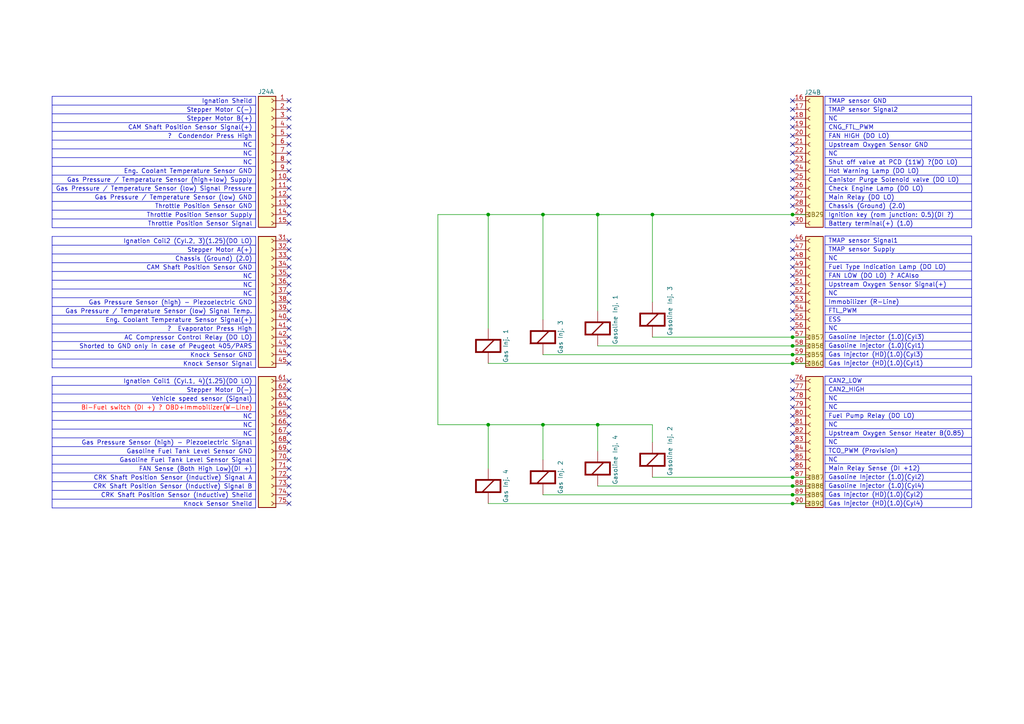
<source format=kicad_sch>
(kicad_sch (version 20250114) (generator "eeschema") (generator_version "9.0")
  (paper "A4")
  (lib_symbols
    (symbol "Conn_01x90_3Row_Socket_1" (pin_names (offset 1.016) (hide yes))
      (property "Reference" "J" (at 1.524 60.833 0))
      (property "Value" "Conn_01x90_3Row_Socket" (at 1.397 -61.214 0))
      (symbol "Conn_01x90_3Row_Socket_1_1_1"
        (pin passive line (at -4.318 58.42 0) (length 3.81) (name "A1") (number "1"))
        (pin passive line (at -4.318 55.88 0) (length 3.81) (name "A2") (number "2"))
        (pin passive line (at -4.318 53.34 0) (length 3.81) (name "A3") (number "3"))
        (pin passive line (at -4.318 50.8 0) (length 3.81) (name "A4") (number "4"))
        (pin passive line (at -4.318 48.26 0) (length 3.81) (name "A5") (number "5"))
        (pin passive line (at -4.318 45.72 0) (length 3.81) (name "A6") (number "6"))
        (pin passive line (at -4.318 43.18 0) (length 3.81) (name "A7") (number "7"))
        (pin passive line (at -4.318 40.64 0) (length 3.81) (name "A8") (number "8"))
        (pin passive line (at -4.318 38.1 0) (length 3.81) (name "A9") (number "9"))
        (pin passive line (at -4.318 35.56 0) (length 3.81) (name "A10") (number "10"))
        (pin passive line (at -4.318 33.02 0) (length 3.81) (name "A11") (number "11"))
        (pin passive line (at -4.318 30.48 0) (length 3.81) (name "A12") (number "12"))
        (pin passive line (at -4.318 27.94 0) (length 3.81) (name "A13") (number "13"))
        (pin passive line (at -4.318 25.4 0) (length 3.81) (name "A14") (number "14"))
        (pin passive line (at -4.318 22.86 0) (length 3.81) (name "A15") (number "15"))
        (pin passive line (at -4.318 17.78 0) (length 3.81) (name "A31") (number "31"))
        (pin passive line (at -4.318 15.24 0) (length 3.81) (name "A32") (number "32"))
        (pin passive line (at -4.318 12.7 0) (length 3.81) (name "A33") (number "33"))
        (pin passive line (at -4.318 10.16 0) (length 3.81) (name "A34") (number "34"))
        (pin passive line (at -4.318 7.62 0) (length 3.81) (name "A35") (number "35"))
        (pin passive line (at -4.318 5.08 0) (length 3.81) (name "A36") (number "36"))
        (pin passive line (at -4.318 2.54 0) (length 3.81) (name "A37") (number "37"))
        (pin passive line (at -4.318 0 0) (length 3.81) (name "A38") (number "38"))
        (pin passive line (at -4.318 -2.54 0) (length 3.81) (name "A39") (number "39"))
        (pin passive line (at -4.318 -5.08 0) (length 3.81) (name "A40") (number "40"))
        (pin passive line (at -4.318 -7.62 0) (length 3.81) (name "A41") (number "41"))
        (pin passive line (at -4.318 -10.16 0) (length 3.81) (name "A42") (number "42"))
        (pin passive line (at -4.318 -12.7 0) (length 3.81) (name "A43") (number "43"))
        (pin passive line (at -4.318 -15.24 0) (length 3.81) (name "A44") (number "44"))
        (pin passive line (at -4.318 -17.78 0) (length 3.81) (name "A45") (number "45"))
        (pin passive line (at -4.318 -22.86 0) (length 3.81) (name "A61") (number "61"))
        (pin passive line (at -4.318 -25.4 0) (length 3.81) (name "A62") (number "62"))
        (pin passive line (at -4.318 -27.94 0) (length 3.81) (name "A63") (number "63"))
        (pin passive line (at -4.318 -30.48 0) (length 3.81) (name "A64") (number "64"))
        (pin passive line (at -4.318 -33.02 0) (length 3.81) (name "A65") (number "65"))
        (pin passive line (at -4.318 -35.56 0) (length 3.81) (name "A66") (number "66"))
        (pin passive line (at -4.318 -38.1 0) (length 3.81) (name "A67") (number "67"))
        (pin passive line (at -4.318 -40.64 0) (length 3.81) (name "A68") (number "68"))
        (pin passive line (at -4.318 -43.18 0) (length 3.81) (name "A69") (number "69"))
        (pin passive line (at -4.318 -45.72 0) (length 3.81) (name "A70") (number "70"))
        (pin passive line (at -4.318 -48.26 0) (length 3.81) (name "A71") (number "71"))
        (pin passive line (at -4.318 -50.8 0) (length 3.81) (name "A72") (number "72"))
        (pin passive line (at -4.318 -53.34 0) (length 3.81) (name "A73") (number "73"))
        (pin passive line (at -4.318 -55.88 0) (length 3.81) (name "A74") (number "74"))
        (pin passive line (at -4.318 -58.42 0) (length 3.81) (name "A75") (number "75"))
      )
      (symbol "Conn_01x90_3Row_Socket_1_2_1"
        (pin passive line (at -4.318 58.42 0) (length 3.81) (name "B16") (number "16"))
        (pin passive line (at -4.318 55.88 0) (length 3.81) (name "B17") (number "17"))
        (pin passive line (at -4.318 53.34 0) (length 3.81) (name "B18") (number "18"))
        (pin passive line (at -4.318 50.8 0) (length 3.81) (name "B19") (number "19"))
        (pin passive line (at -4.318 48.26 0) (length 3.81) (name "B20") (number "20"))
        (pin passive line (at -4.318 45.72 0) (length 3.81) (name "B21") (number "21"))
        (pin passive line (at -4.318 43.18 0) (length 3.81) (name "B22") (number "22"))
        (pin passive line (at -4.318 40.64 0) (length 3.81) (name "B23") (number "23"))
        (pin passive line (at -4.318 38.1 0) (length 3.81) (name "B24") (number "24"))
        (pin passive line (at -4.318 35.56 0) (length 3.81) (name "B25") (number "25"))
        (pin passive line (at -4.318 33.02 0) (length 3.81) (name "B26") (number "26"))
        (pin passive line (at -4.318 30.48 0) (length 3.81) (name "B27") (number "27"))
        (pin passive line (at -4.318 27.94 0) (length 3.81) (name "B28") (number "28"))
        (pin passive line (at -4.318 25.4 0) (length 3.81) (name "B29") (number "29"))
        (pin passive line (at -4.318 22.86 0) (length 3.81) (name "B30") (number "30"))
        (pin passive line (at -4.318 17.78 0) (length 3.81) (name "B46") (number "46"))
        (pin passive line (at -4.318 15.24 0) (length 3.81) (name "B47") (number "47"))
        (pin passive line (at -4.318 12.7 0) (length 3.81) (name "B48") (number "48"))
        (pin passive line (at -4.318 10.16 0) (length 3.81) (name "B49") (number "49"))
        (pin passive line (at -4.318 7.62 0) (length 3.81) (name "B50") (number "50"))
        (pin passive line (at -4.318 5.08 0) (length 3.81) (name "B51") (number "51"))
        (pin passive line (at -4.318 2.54 0) (length 3.81) (name "B52") (number "52"))
        (pin passive line (at -4.318 0 0) (length 3.81) (name "B53") (number "53"))
        (pin passive line (at -4.318 -2.54 0) (length 3.81) (name "B54") (number "54"))
        (pin passive line (at -4.318 -5.08 0) (length 3.81) (name "B55") (number "55"))
        (pin passive line (at -4.318 -7.62 0) (length 3.81) (name "B56") (number "56"))
        (pin passive line (at -4.318 -10.16 0) (length 3.81) (name "B57") (number "57"))
        (pin passive line (at -4.318 -12.7 0) (length 3.81) (name "B58") (number "58"))
        (pin passive line (at -4.318 -15.24 0) (length 3.81) (name "B59") (number "59"))
        (pin passive line (at -4.318 -17.78 0) (length 3.81) (name "B60") (number "60"))
        (pin passive line (at -4.318 -22.86 0) (length 3.81) (name "B76") (number "76"))
        (pin passive line (at -4.318 -25.4 0) (length 3.81) (name "B77") (number "77"))
        (pin passive line (at -4.318 -27.94 0) (length 3.81) (name "B78") (number "78"))
        (pin passive line (at -4.318 -30.48 0) (length 3.81) (name "B79") (number "79"))
        (pin passive line (at -4.318 -33.02 0) (length 3.81) (name "B80") (number "80"))
        (pin passive line (at -4.318 -35.56 0) (length 3.81) (name "B81") (number "81"))
        (pin passive line (at -4.318 -38.1 0) (length 3.81) (name "B82") (number "82"))
        (pin passive line (at -4.318 -40.64 0) (length 3.81) (name "B83") (number "83"))
        (pin passive line (at -4.318 -43.18 0) (length 3.81) (name "B84") (number "84"))
        (pin passive line (at -4.318 -45.72 0) (length 3.81) (name "B85") (number "85"))
        (pin passive line (at -4.318 -48.26 0) (length 3.81) (name "B86") (number "86"))
        (pin passive line (at -4.318 -50.8 0) (length 3.81) (name "B87") (number "87"))
        (pin passive line (at -4.318 -53.34 0) (length 3.81) (name "B88") (number "88"))
        (pin passive line (at -4.318 -55.88 0) (length 3.81) (name "B89") (number "89"))
        (pin passive line (at -4.318 -58.42 0) (length 3.81) (name "B90") (number "90"))
      )
    )
    (symbol "Elektuur_1:Re" (pin_numbers (hide yes)) (pin_names (offset 0) (hide yes))
      (property "Reference" "Re" (at 0.635 3.175 0))
      (property "Value" "Re" (at 0.635 -3.175 0))
      (symbol "Re_1_0"
        (pin passive line (at 0 5.08 270) (length 3.175) (name "+") (number "1"))
        (pin passive line (at 0 -5.08 90) (length 3.175) (name "-") (number "2"))
      )
    )
    (symbol "sicma_socket:Conn_01x90_3Row_Socket" (pin_names (offset 1.016) (hide yes))
      (property "Reference" "J" (at 1.524 60.833 0))
      (property "Value" "Conn_01x90_3Row_Socket" (at 1.397 -61.214 0))
      (symbol "Conn_01x90_3Row_Socket_1_1"
        (pin passive line (at -4.318 58.42 0) (length 3.81) (name "A1") (number "1"))
        (pin passive line (at -4.318 55.88 0) (length 3.81) (name "A2") (number "2"))
        (pin passive line (at -4.318 53.34 0) (length 3.81) (name "A3") (number "3"))
        (pin passive line (at -4.318 50.8 0) (length 3.81) (name "A4") (number "4"))
        (pin passive line (at -4.318 48.26 0) (length 3.81) (name "A5") (number "5"))
        (pin passive line (at -4.318 45.72 0) (length 3.81) (name "A6") (number "6"))
        (pin passive line (at -4.318 43.18 0) (length 3.81) (name "A7") (number "7"))
        (pin passive line (at -4.318 40.64 0) (length 3.81) (name "A8") (number "8"))
        (pin passive line (at -4.318 38.1 0) (length 3.81) (name "A9") (number "9"))
        (pin passive line (at -4.318 35.56 0) (length 3.81) (name "A10") (number "10"))
        (pin passive line (at -4.318 33.02 0) (length 3.81) (name "A11") (number "11"))
        (pin passive line (at -4.318 30.48 0) (length 3.81) (name "A12") (number "12"))
        (pin passive line (at -4.318 27.94 0) (length 3.81) (name "A13") (number "13"))
        (pin passive line (at -4.318 25.4 0) (length 3.81) (name "A14") (number "14"))
        (pin passive line (at -4.318 22.86 0) (length 3.81) (name "A15") (number "15"))
        (pin passive line (at -4.318 17.78 0) (length 3.81) (name "A31") (number "31"))
        (pin passive line (at -4.318 15.24 0) (length 3.81) (name "A32") (number "32"))
        (pin passive line (at -4.318 12.7 0) (length 3.81) (name "A33") (number "33"))
        (pin passive line (at -4.318 10.16 0) (length 3.81) (name "A34") (number "34"))
        (pin passive line (at -4.318 7.62 0) (length 3.81) (name "A35") (number "35"))
        (pin passive line (at -4.318 5.08 0) (length 3.81) (name "A36") (number "36"))
        (pin passive line (at -4.318 2.54 0) (length 3.81) (name "A37") (number "37"))
        (pin passive line (at -4.318 0 0) (length 3.81) (name "A38") (number "38"))
        (pin passive line (at -4.318 -2.54 0) (length 3.81) (name "A39") (number "39"))
        (pin passive line (at -4.318 -5.08 0) (length 3.81) (name "A40") (number "40"))
        (pin passive line (at -4.318 -7.62 0) (length 3.81) (name "A41") (number "41"))
        (pin passive line (at -4.318 -10.16 0) (length 3.81) (name "A42") (number "42"))
        (pin passive line (at -4.318 -12.7 0) (length 3.81) (name "A43") (number "43"))
        (pin passive line (at -4.318 -15.24 0) (length 3.81) (name "A44") (number "44"))
        (pin passive line (at -4.318 -17.78 0) (length 3.81) (name "A45") (number "45"))
        (pin passive line (at -4.318 -22.86 0) (length 3.81) (name "A61") (number "61"))
        (pin passive line (at -4.318 -25.4 0) (length 3.81) (name "A62") (number "62"))
        (pin passive line (at -4.318 -27.94 0) (length 3.81) (name "A63") (number "63"))
        (pin passive line (at -4.318 -30.48 0) (length 3.81) (name "A64") (number "64"))
        (pin passive line (at -4.318 -33.02 0) (length 3.81) (name "A65") (number "65"))
        (pin passive line (at -4.318 -35.56 0) (length 3.81) (name "A66") (number "66"))
        (pin passive line (at -4.318 -38.1 0) (length 3.81) (name "A67") (number "67"))
        (pin passive line (at -4.318 -40.64 0) (length 3.81) (name "A68") (number "68"))
        (pin passive line (at -4.318 -43.18 0) (length 3.81) (name "A69") (number "69"))
        (pin passive line (at -4.318 -45.72 0) (length 3.81) (name "A70") (number "70"))
        (pin passive line (at -4.318 -48.26 0) (length 3.81) (name "A71") (number "71"))
        (pin passive line (at -4.318 -50.8 0) (length 3.81) (name "A72") (number "72"))
        (pin passive line (at -4.318 -53.34 0) (length 3.81) (name "A73") (number "73"))
        (pin passive line (at -4.318 -55.88 0) (length 3.81) (name "A74") (number "74"))
        (pin passive line (at -4.318 -58.42 0) (length 3.81) (name "A75") (number "75"))
      )
      (symbol "Conn_01x90_3Row_Socket_2_1"
        (pin passive line (at -4.318 58.42 0) (length 3.81) (name "B16") (number "16"))
        (pin passive line (at -4.318 55.88 0) (length 3.81) (name "B17") (number "17"))
        (pin passive line (at -4.318 53.34 0) (length 3.81) (name "B18") (number "18"))
        (pin passive line (at -4.318 50.8 0) (length 3.81) (name "B19") (number "19"))
        (pin passive line (at -4.318 48.26 0) (length 3.81) (name "B20") (number "20"))
        (pin passive line (at -4.318 45.72 0) (length 3.81) (name "B21") (number "21"))
        (pin passive line (at -4.318 43.18 0) (length 3.81) (name "B22") (number "22"))
        (pin passive line (at -4.318 40.64 0) (length 3.81) (name "B23") (number "23"))
        (pin passive line (at -4.318 38.1 0) (length 3.81) (name "B24") (number "24"))
        (pin passive line (at -4.318 35.56 0) (length 3.81) (name "B25") (number "25"))
        (pin passive line (at -4.318 33.02 0) (length 3.81) (name "B26") (number "26"))
        (pin passive line (at -4.318 30.48 0) (length 3.81) (name "B27") (number "27"))
        (pin passive line (at -4.318 27.94 0) (length 3.81) (name "B28") (number "28"))
        (pin passive line (at -4.318 25.4 0) (length 3.81) (name "B29") (number "29"))
        (pin passive line (at -4.318 22.86 0) (length 3.81) (name "B30") (number "30"))
        (pin passive line (at -4.318 17.78 0) (length 3.81) (name "B46") (number "46"))
        (pin passive line (at -4.318 15.24 0) (length 3.81) (name "B47") (number "47"))
        (pin passive line (at -4.318 12.7 0) (length 3.81) (name "B48") (number "48"))
        (pin passive line (at -4.318 10.16 0) (length 3.81) (name "B49") (number "49"))
        (pin passive line (at -4.318 7.62 0) (length 3.81) (name "B50") (number "50"))
        (pin passive line (at -4.318 5.08 0) (length 3.81) (name "B51") (number "51"))
        (pin passive line (at -4.318 2.54 0) (length 3.81) (name "B52") (number "52"))
        (pin passive line (at -4.318 0 0) (length 3.81) (name "B53") (number "53"))
        (pin passive line (at -4.318 -2.54 0) (length 3.81) (name "B54") (number "54"))
        (pin passive line (at -4.318 -5.08 0) (length 3.81) (name "B55") (number "55"))
        (pin passive line (at -4.318 -7.62 0) (length 3.81) (name "B56") (number "56"))
        (pin passive line (at -4.318 -10.16 0) (length 3.81) (name "B57") (number "57"))
        (pin passive line (at -4.318 -12.7 0) (length 3.81) (name "B58") (number "58"))
        (pin passive line (at -4.318 -15.24 0) (length 3.81) (name "B59") (number "59"))
        (pin passive line (at -4.318 -17.78 0) (length 3.81) (name "B60") (number "60"))
        (pin passive line (at -4.318 -22.86 0) (length 3.81) (name "B76") (number "76"))
        (pin passive line (at -4.318 -25.4 0) (length 3.81) (name "B77") (number "77"))
        (pin passive line (at -4.318 -27.94 0) (length 3.81) (name "B78") (number "78"))
        (pin passive line (at -4.318 -30.48 0) (length 3.81) (name "B79") (number "79"))
        (pin passive line (at -4.318 -33.02 0) (length 3.81) (name "B80") (number "80"))
        (pin passive line (at -4.318 -35.56 0) (length 3.81) (name "B81") (number "81"))
        (pin passive line (at -4.318 -38.1 0) (length 3.81) (name "B82") (number "82"))
        (pin passive line (at -4.318 -40.64 0) (length 3.81) (name "B83") (number "83"))
        (pin passive line (at -4.318 -43.18 0) (length 3.81) (name "B84") (number "84"))
        (pin passive line (at -4.318 -45.72 0) (length 3.81) (name "B85") (number "85"))
        (pin passive line (at -4.318 -48.26 0) (length 3.81) (name "B86") (number "86"))
        (pin passive line (at -4.318 -50.8 0) (length 3.81) (name "B87") (number "87"))
        (pin passive line (at -4.318 -53.34 0) (length 3.81) (name "B88") (number "88"))
        (pin passive line (at -4.318 -55.88 0) (length 3.81) (name "B89") (number "89"))
        (pin passive line (at -4.318 -58.42 0) (length 3.81) (name "B90") (number "90"))
      )
    )
  )
  (junction (at 229.87 138.43))
  (junction (at 229.87 62.23))
  (junction (at 173.355 123.19))
  (junction (at 189.23 62.23))
  (junction (at 229.87 97.79))
  (junction (at 157.48 62.23))
  (junction (at 173.355 62.23))
  (junction (at 229.87 105.41))
  (junction (at 229.87 143.51))
  (junction (at 229.87 140.97))
  (junction (at 141.605 62.23))
  (junction (at 157.48 123.19))
  (junction (at 229.87 102.87))
  (junction (at 229.87 100.33))
  (junction (at 229.87 146.05))
  (junction (at 141.605 123.19))
  (no_connect (at 83.82 130.81))
  (no_connect (at 229.87 29.21))
  (no_connect (at 229.87 82.55))
  (no_connect (at 83.82 138.43))
  (no_connect (at 83.82 62.23))
  (no_connect (at 229.87 92.71))
  (no_connect (at 229.87 57.15))
  (no_connect (at 83.82 36.83))
  (no_connect (at 229.87 118.11))
  (no_connect (at 229.87 128.27))
  (no_connect (at 229.87 31.75))
  (no_connect (at 229.87 135.89))
  (no_connect (at 83.82 74.93))
  (no_connect (at 229.87 64.77))
  (no_connect (at 83.82 90.17))
  (no_connect (at 229.87 36.83))
  (no_connect (at 83.82 95.25))
  (no_connect (at 83.82 125.73))
  (no_connect (at 83.82 34.29))
  (no_connect (at 83.82 97.79))
  (no_connect (at 229.87 90.17))
  (no_connect (at 229.87 85.09))
  (no_connect (at 229.87 34.29))
  (no_connect (at 229.87 80.01))
  (no_connect (at 83.82 87.63))
  (no_connect (at 229.87 120.65))
  (no_connect (at 83.82 31.75))
  (no_connect (at 83.82 52.07))
  (no_connect (at 83.82 92.71))
  (no_connect (at 83.82 44.45))
  (no_connect (at 229.87 113.03))
  (no_connect (at 229.87 39.37))
  (no_connect (at 83.82 39.37))
  (no_connect (at 83.82 118.11))
  (no_connect (at 83.82 115.57))
  (no_connect (at 83.82 100.33))
  (no_connect (at 83.82 29.21))
  (no_connect (at 83.82 105.41))
  (no_connect (at 83.82 123.19))
  (no_connect (at 83.82 120.65))
  (no_connect (at 83.82 140.97))
  (no_connect (at 83.82 54.61))
  (no_connect (at 83.82 85.09))
  (no_connect (at 229.87 41.91))
  (no_connect (at 83.82 69.85))
  (no_connect (at 229.87 74.93))
  (no_connect (at 229.87 130.81))
  (no_connect (at 83.82 77.47))
  (no_connect (at 229.87 87.63))
  (no_connect (at 229.87 49.53))
  (no_connect (at 229.87 95.25))
  (no_connect (at 83.82 82.55))
  (no_connect (at 83.82 143.51))
  (no_connect (at 229.87 54.61))
  (no_connect (at 83.82 64.77))
  (no_connect (at 229.87 44.45))
  (no_connect (at 229.87 69.85))
  (no_connect (at 83.82 135.89))
  (no_connect (at 229.87 46.99))
  (no_connect (at 83.82 46.99))
  (no_connect (at 83.82 110.49))
  (no_connect (at 83.82 59.69))
  (no_connect (at 229.87 125.73))
  (no_connect (at 229.87 133.35))
  (no_connect (at 83.82 128.27))
  (no_connect (at 229.87 123.19))
  (no_connect (at 83.82 72.39))
  (no_connect (at 229.87 52.07))
  (no_connect (at 229.87 115.57))
  (no_connect (at 83.82 57.15))
  (no_connect (at 229.87 77.47))
  (no_connect (at 83.82 102.87))
  (no_connect (at 83.82 133.35))
  (no_connect (at 229.87 110.49))
  (no_connect (at 83.82 41.91))
  (no_connect (at 83.82 146.05))
  (no_connect (at 83.82 113.03))
  (no_connect (at 229.87 59.69))
  (no_connect (at 83.82 80.01))
  (no_connect (at 83.82 49.53))
  (no_connect (at 229.87 72.39))
  (wire (pts (xy 157.48 62.23) (xy 173.355 62.23)))
  (wire (pts (xy 229.87 97.79) (xy 233.68 97.79)))
  (wire (pts (xy 141.605 123.19) (xy 127 123.19)))
  (wire (pts (xy 229.87 62.23) (xy 189.23 62.23)))
  (wire (pts (xy 141.605 123.19) (xy 141.605 135.89)))
  (wire (pts (xy 157.48 102.87) (xy 229.87 102.87)))
  (wire (pts (xy 141.605 62.23) (xy 157.48 62.23)))
  (wire (pts (xy 173.355 140.97) (xy 229.87 140.97)))
  (wire (pts (xy 233.68 62.23) (xy 229.87 62.23)))
  (wire (pts (xy 189.23 138.43) (xy 229.87 138.43)))
  (wire (pts (xy 157.48 123.19) (xy 141.605 123.19)))
  (wire (pts (xy 173.355 123.19) (xy 157.48 123.19)))
  (wire (pts (xy 141.605 146.05) (xy 229.87 146.05)))
  (wire (pts (xy 127 62.23) (xy 141.605 62.23)))
  (wire (pts (xy 229.87 102.87) (xy 233.68 102.87)))
  (wire (pts (xy 229.87 140.97) (xy 233.68 140.97)))
  (wire (pts (xy 173.355 90.17) (xy 173.355 62.23)))
  (wire (pts (xy 189.23 97.79) (xy 229.87 97.79)))
  (wire (pts (xy 173.355 100.33) (xy 229.87 100.33)))
  (wire (pts (xy 189.23 128.27) (xy 189.23 123.19)))
  (wire (pts (xy 157.48 123.19) (xy 157.48 133.35)))
  (wire (pts (xy 229.87 138.43) (xy 233.68 138.43)))
  (wire (pts (xy 229.87 146.05) (xy 233.68 146.05)))
  (wire (pts (xy 229.87 100.33) (xy 233.68 100.33)))
  (wire (pts (xy 173.355 123.19) (xy 173.355 130.81)))
  (wire (pts (xy 173.355 62.23) (xy 189.23 62.23)))
  (wire (pts (xy 157.48 143.51) (xy 229.87 143.51)))
  (wire (pts (xy 127 123.19) (xy 127 62.23)))
  (wire (pts (xy 229.87 105.41) (xy 233.68 105.41)))
  (wire (pts (xy 229.87 143.51) (xy 233.68 143.51)))
  (wire (pts (xy 157.48 92.71) (xy 157.48 62.23)))
  (wire (pts (xy 141.605 105.41) (xy 229.87 105.41)))
  (wire (pts (xy 189.23 123.19) (xy 173.355 123.19)))
  (wire (pts (xy 189.23 62.23) (xy 189.23 87.63)))
  (wire (pts (xy 141.605 95.25) (xy 141.605 62.23)))
  (table (column_count 1) (border (external yes) (header yes)) (separators (rows yes) (cols yes)) (column_widths 42.545) (row_heights 2.54 2.54 2.54 2.54 2.54 2.54 2.54 2.54 2.54 2.54 2.54 2.54 2.54 2.54 2.54) (cells (table_cell "CAN2_LOW" (at 239.268 109.093 0) (size 42.545 2.54) (margins 0.9525 0.9525 0.9525 0.9525) (span 1 1)) (table_cell "CAN2_HIGH" (at 239.268 111.633 0) (size 42.545 2.54) (margins 0.9525 0.9525 0.9525 0.9525) (span 1 1)) (table_cell "NC" (at 239.268 114.173 0) (size 42.545 2.54) (margins 0.9525 0.9525 0.9525 0.9525) (span 1 1)) (table_cell "NC" (at 239.268 116.713 0) (size 42.545 2.54) (margins 0.9525 0.9525 0.9525 0.9525) (span 1 1)) (table_cell "Fuel Pump Relay (DO LO)" (at 239.268 119.253 0) (size 42.545 2.54) (margins 0.9525 0.9525 0.9525 0.9525) (span 1 1)) (table_cell "NC" (at 239.268 121.793 0) (size 42.545 2.54) (margins 0.9525 0.9525 0.9525 0.9525) (span 1 1)) (table_cell "Upstream Oxygen Sensor Heater B(0.85)" (at 239.268 124.333 0) (size 42.545 2.54) (margins 0.9525 0.9525 0.9525 0.9525) (span 1 1)) (table_cell "NC" (at 239.268 126.873 0) (size 42.545 2.54) (margins 0.9525 0.9525 0.9525 0.9525) (span 1 1)) (table_cell "TCO_PWM (Provision)" (at 239.268 129.413 0) (size 42.545 2.54) (margins 0.9525 0.9525 0.9525 0.9525) (span 1 1)) (table_cell "NC" (at 239.268 131.953 0) (size 42.545 2.54) (margins 0.9525 0.9525 0.9525 0.9525) (span 1 1)) (table_cell "Main Relay Sense (DI +12)" (at 239.268 134.493 0) (size 42.545 2.54) (margins 0.9525 0.9525 0.9525 0.9525) (span 1 1)) (table_cell "Gasoline Injector (1.0)(Cyl2)" (at 239.268 137.033 0) (size 42.545 2.54) (margins 0.9525 0.9525 0.9525 0.9525) (span 1 1)) (table_cell "Gasoline Injector (1.0)(Cyl4)" (at 239.268 139.573 0) (size 42.545 2.54) (margins 0.9525 0.9525 0.9525 0.9525) (span 1 1)) (table_cell "Gas Injector (HD)(1.0)(Cyl2)" (at 239.268 142.113 0) (size 42.545 2.54) (margins 0.9525 0.9525 0.9525 0.9525) (span 1 1)) (table_cell "Gas Injector (HD)(1.0)(Cyl4)" (at 239.268 144.653 0) (size 42.545 2.54) (margins 0.9525 0.9525 0.9525 0.9525) (span 1 1))))
  (table (column_count 1) (border (external yes) (header no)) (separators (rows yes) (cols no)) (column_widths 59.055) (row_heights 2.54 2.54 2.54 2.54 2.54 2.54 2.54 2.54 2.54 2.54 2.54 2.54 2.54 2.54 2.54) (cells (table_cell "Ignation Sheild" (at 15.113 27.94 0) (size 59.055 2.54) (margins 0.9525 0.9525 0.9525 0.9525) (span 1 1)) (table_cell "Stepper Motor C(-)" (at 15.113 30.48 0) (size 59.055 2.54) (margins 0.9525 0.9525 0.9525 0.9525) (span 1 1)) (table_cell "Stepper Motor B(+)" (at 15.113 33.02 0) (size 59.055 2.54) (margins 0.9525 0.9525 0.9525 0.9525) (span 1 1)) (table_cell "CAM Shaft Position Sensor Signal(+)" (at 15.113 35.56 0) (size 59.055 2.54) (margins 0.9525 0.9525 0.9525 0.9525) (span 1 1)) (table_cell "?  Condendor Press High" (at 15.113 38.1 0) (size 59.055 2.54) (margins 0.9525 0.9525 0.9525 0.9525) (span 1 1)) (table_cell "NC" (at 15.113 40.64 0) (size 59.055 2.54) (margins 0.9525 0.9525 0.9525 0.9525) (span 1 1)) (table_cell "NC" (at 15.113 43.18 0) (size 59.055 2.54) (margins 0.9525 0.9525 0.9525 0.9525) (span 1 1)) (table_cell "NC" (at 15.113 45.72 0) (size 59.055 2.54) (margins 0.9525 0.9525 0.9525 0.9525) (span 1 1)) (table_cell "Eng. Coolant Temperature Sensor GND" (at 15.113 48.26 0) (size 59.055 2.54) (margins 0.9525 0.9525 0.9525 0.9525) (span 1 1)) (table_cell "Gas Pressure / Temperature Sensor (high+low) Supply" (at 15.113 50.8 0) (size 59.055 2.54) (margins 0.9525 0.9525 0.9525 0.9525) (span 1 1)) (table_cell "Gas Pressure / Temperature Sensor (low) Signal Pressure" (at 15.113 53.34 0) (size 59.055 2.54) (margins 0.9525 0.9525 0.9525 0.9525) (span 1 1)) (table_cell "Gas Pressure / Temperature Sensor (low) GND" (at 15.113 55.88 0) (size 59.055 2.54) (margins 0.9525 0.9525 0.9525 0.9525) (span 1 1)) (table_cell "Throttle Position Sensor GND" (at 15.113 58.42 0) (size 59.055 2.54) (margins 0.9525 0.9525 0.9525 0.9525) (span 1 1)) (table_cell "Throttle Position Sensor Supply" (at 15.113 60.96 0) (size 59.055 2.54) (margins 0.9525 0.9525 0.9525 0.9525) (span 1 1)) (table_cell "Throttle Position Sensor Signal" (at 15.113 63.5 0) (size 59.055 2.54) (margins 0.9525 0.9525 0.9525 0.9525) (span 1 1))))
  (table (column_count 1) (border (external yes) (header yes)) (separators (rows yes) (cols yes)) (column_widths 42.545) (row_heights 2.54 2.54 2.54 2.54 2.54 2.54 2.54 2.54 2.54 2.54 2.54 2.54 2.54 2.54 2.54) (cells (table_cell "TMAP sensor Signal1" (at 239.268 68.453 0) (size 42.545 2.54) (margins 0.9525 0.9525 0.9525 0.9525) (span 1 1)) (table_cell "TMAP sensor Supply" (at 239.268 70.993 0) (size 42.545 2.54) (margins 0.9525 0.9525 0.9525 0.9525) (span 1 1)) (table_cell "NC" (at 239.268 73.533 0) (size 42.545 2.54) (margins 0.9525 0.9525 0.9525 0.9525) (span 1 1)) (table_cell "Fuel Type Indication Lamp (DO LO)" (at 239.268 76.073 0) (size 42.545 2.54) (margins 0.9525 0.9525 0.9525 0.9525) (span 1 1)) (table_cell "FAN LOW (DO LO) ? ACAlso" (at 239.268 78.613 0) (size 42.545 2.54) (margins 0.9525 0.9525 0.9525 0.9525) (span 1 1)) (table_cell "Upstream Oxygen Sensor Signal(+)" (at 239.268 81.153 0) (size 42.545 2.54) (margins 0.9525 0.9525 0.9525 0.9525) (span 1 1)) (table_cell "NC" (at 239.268 83.693 0) (size 42.545 2.54) (margins 0.9525 0.9525 0.9525 0.9525) (span 1 1)) (table_cell "Immobilizer (R-Line)" (at 239.268 86.233 0) (size 42.545 2.54) (margins 0.9525 0.9525 0.9525 0.9525) (span 1 1)) (table_cell "FTL_PWM" (at 239.268 88.773 0) (size 42.545 2.54) (margins 0.9525 0.9525 0.9525 0.9525) (span 1 1)) (table_cell "ESS" (at 239.268 91.313 0) (size 42.545 2.54) (margins 0.9525 0.9525 0.9525 0.9525) (span 1 1)) (table_cell "NC" (at 239.268 93.853 0) (size 42.545 2.54) (margins 0.9525 0.9525 0.9525 0.9525) (span 1 1)) (table_cell "Gasoline Injector (1.0)(Cyl3)" (at 239.268 96.393 0) (size 42.545 2.54) (margins 0.9525 0.9525 0.9525 0.9525) (span 1 1)) (table_cell "Gasoline Injector (1.0)(Cyl1)" (at 239.268 98.933 0) (size 42.545 2.54) (margins 0.9525 0.9525 0.9525 0.9525) (span 1 1)) (table_cell "Gas Injector (HD)(1.0)(Cyl3)" (at 239.268 101.473 0) (size 42.545 2.54) (margins 0.9525 0.9525 0.9525 0.9525) (span 1 1)) (table_cell "Gas Injector (HD)(1.0)(Cyl1)" (at 239.268 104.013 0) (size 42.545 2.54) (margins 0.9525 0.9525 0.9525 0.9525) (span 1 1))))
  (table (column_count 1) (border (external yes) (header yes)) (separators (rows yes) (cols yes)) (column_widths 59.055) (row_heights 2.54 2.54 2.54 2.54 2.54 2.54 2.54 2.54 2.54 2.54 2.54 2.54 2.54 2.54 2.54) (cells (table_cell "Ignation Coil2 (Cyl.2, 3)(1.25)(DO LO)" (at 15.113 68.58 0) (size 59.055 2.54) (margins 0.9525 0.9525 0.9525 0.9525) (span 1 1)) (table_cell "Stepper Motor A(+)" (at 15.113 71.12 0) (size 59.055 2.54) (margins 0.9525 0.9525 0.9525 0.9525) (span 1 1)) (table_cell "Chassis (Ground) (2.0)" (at 15.113 73.66 0) (size 59.055 2.54) (margins 0.9525 0.9525 0.9525 0.9525) (span 1 1)) (table_cell "CAM Shaft Position Sensor GND" (at 15.113 76.2 0) (size 59.055 2.54) (margins 0.9525 0.9525 0.9525 0.9525) (span 1 1)) (table_cell "NC" (at 15.113 78.74 0) (size 59.055 2.54) (margins 0.9525 0.9525 0.9525 0.9525) (span 1 1)) (table_cell "NC" (at 15.113 81.28 0) (size 59.055 2.54) (margins 0.9525 0.9525 0.9525 0.9525) (span 1 1)) (table_cell "NC" (at 15.113 83.82 0) (size 59.055 2.54) (margins 0.9525 0.9525 0.9525 0.9525) (span 1 1)) (table_cell "Gas Pressure Sensor (high) - Piezoelectric GND" (at 15.113 86.36 0) (size 59.055 2.54) (margins 0.9525 0.9525 0.9525 0.9525) (span 1 1)) (table_cell "Gas Pressure / Temperature Sensor (low) Signal Temp." (at 15.113 88.9 0) (size 59.055 2.54) (margins 0.9525 0.9525 0.9525 0.9525) (span 1 1)) (table_cell "Eng. Coolant Temperature Sensor Signal(+)" (at 15.113 91.44 0) (size 59.055 2.54) (margins 0.9525 0.9525 0.9525 0.9525) (span 1 1)) (table_cell "?  Evaporator Press High" (at 15.113 93.98 0) (size 59.055 2.54) (margins 0.9525 0.9525 0.9525 0.9525) (span 1 1)) (table_cell "AC Compressor Control Relay (DO LO)" (at 15.113 96.52 0) (size 59.055 2.54) (margins 0.9525 0.9525 0.9525 0.9525) (span 1 1)) (table_cell "Shorted to GND only in case of Peugeot 405/PARS" (at 15.113 99.06 0) (size 59.055 2.54) (margins 0.9525 0.9525 0.9525 0.9525) (span 1 1)) (table_cell "Knock Sensor GND" (at 15.113 101.6 0) (size 59.055 2.54) (margins 0.9525 0.9525 0.9525 0.9525) (span 1 1)) (table_cell "Knock Sensor Signal" (at 15.113 104.14 0) (size 59.055 2.54) (margins 0.9525 0.9525 0.9525 0.9525) (span 1 1))))
  (table (column_count 1) (border (external yes) (header yes)) (separators (rows yes) (cols yes)) (column_widths 59.055) (row_heights 2.54 2.54 2.54 2.54 2.54 2.54 2.54 2.54 2.54 2.54 2.54 2.54 2.54 2.54 2.54) (cells (table_cell "Ignation Coil1 (Cyl.1, 4)(1.25)(DO LO)" (at 15.113 109.22 0) (size 59.055 2.54) (margins 0.9525 0.9525 0.9525 0.9525) (span 1 1)) (table_cell "Stepper Motor D(-)" (at 15.113 111.76 0) (size 59.055 2.54) (margins 0.9525 0.9525 0.9525 0.9525) (span 1 1)) (table_cell "Vehicle speed sensor (Signal)" (at 15.113 114.3 0) (size 59.055 2.54) (margins 0.9525 0.9525 0.9525 0.9525) (span 1 1)) (table_cell "Bi-Fuel switch (DI +) ? OBD+Immobilizer(W-Line)" (at 15.113 116.84 0) (size 59.055 2.54) (margins 0.9525 0.9525 0.9525 0.9525) (span 1 1)) (table_cell "NC" (at 15.113 119.38 0) (size 59.055 2.54) (margins 0.9525 0.9525 0.9525 0.9525) (span 1 1)) (table_cell "NC" (at 15.113 121.92 0) (size 59.055 2.54) (margins 0.9525 0.9525 0.9525 0.9525) (span 1 1)) (table_cell "NC" (at 15.113 124.46 0) (size 59.055 2.54) (margins 0.9525 0.9525 0.9525 0.9525) (span 1 1)) (table_cell "Gas Pressure Sensor (high) - Piezoelectric Signal" (at 15.113 127 0) (size 59.055 2.54) (margins 0.9525 0.9525 0.9525 0.9525) (span 1 1)) (table_cell "Gasoline Fuel Tank Level Sensor GND" (at 15.113 129.54 0) (size 59.055 2.54) (margins 0.9525 0.9525 0.9525 0.9525) (span 1 1)) (table_cell "Gasoline Fuel Tank Level Sensor Signal" (at 15.113 132.08 0) (size 59.055 2.54) (margins 0.9525 0.9525 0.9525 0.9525) (span 1 1)) (table_cell "FAN Sense (Both High Low)(DI +)" (at 15.113 134.62 0) (size 59.055 2.54) (margins 0.9525 0.9525 0.9525 0.9525) (span 1 1)) (table_cell "CRK Shaft Position Sensor (Inductive) Signal A" (at 15.113 137.16 0) (size 59.055 2.54) (margins 0.9525 0.9525 0.9525 0.9525) (span 1 1)) (table_cell "CRK Shaft Position Sensor (Inductive) Signal B" (at 15.113 139.7 0) (size 59.055 2.54) (margins 0.9525 0.9525 0.9525 0.9525) (span 1 1)) (table_cell "CRK Shaft Position Sensor (Inductive) Sheild" (at 15.113 142.24 0) (size 59.055 2.54) (margins 0.9525 0.9525 0.9525 0.9525) (span 1 1)) (table_cell "Knock Sensor Sheild" (at 15.113 144.78 0) (size 59.055 2.54) (margins 0.9525 0.9525 0.9525 0.9525) (span 1 1))))
  (table (column_count 1) (border (external yes) (header yes)) (separators (rows yes) (cols yes)) (column_widths 42.545) (row_heights 2.54 2.54 2.54 2.54 2.54 2.54 2.54 2.54 2.54 2.54 2.54 2.54 2.54 2.54 2.54) (cells (table_cell "TMAP sensor GND" (at 239.268 27.94 0) (size 42.545 2.54) (margins 0.9525 0.9525 0.9525 0.9525) (span 1 1)) (table_cell "TMAP sensor Signal2" (at 239.268 30.48 0) (size 42.545 2.54) (margins 0.9525 0.9525 0.9525 0.9525) (span 1 1)) (table_cell "NC" (at 239.268 33.02 0) (size 42.545 2.54) (margins 0.9525 0.9525 0.9525 0.9525) (span 1 1)) (table_cell "CNG_FTL_PWM" (at 239.268 35.56 0) (size 42.545 2.54) (margins 0.9525 0.9525 0.9525 0.9525) (span 1 1)) (table_cell "FAN HIGH (DO LO)" (at 239.268 38.1 0) (size 42.545 2.54) (margins 0.9525 0.9525 0.9525 0.9525) (span 1 1)) (table_cell "Upstream Oxygen Sensor GND" (at 239.268 40.64 0) (size 42.545 2.54) (margins 0.9525 0.9525 0.9525 0.9525) (span 1 1)) (table_cell "NC" (at 239.268 43.18 0) (size 42.545 2.54) (margins 0.9525 0.9525 0.9525 0.9525) (span 1 1)) (table_cell "Shut off valve at PCD (11W) ?(DO LO)" (at 239.268 45.72 0) (size 42.545 2.54) (margins 0.9525 0.9525 0.9525 0.9525) (span 1 1)) (table_cell "Hot Warning Lamp (DO LO)" (at 239.268 48.26 0) (size 42.545 2.54) (margins 0.9525 0.9525 0.9525 0.9525) (span 1 1)) (table_cell "Canistor Purge Solenoid valve (DO LO)" (at 239.268 50.8 0) (size 42.545 2.54) (margins 0.9525 0.9525 0.9525 0.9525) (span 1 1)) (table_cell "Check Engine Lamp (DO LO)" (at 239.268 53.34 0) (size 42.545 2.54) (margins 0.9525 0.9525 0.9525 0.9525) (span 1 1)) (table_cell "Main Relay (DO LO)" (at 239.268 55.88 0) (size 42.545 2.54) (margins 0.9525 0.9525 0.9525 0.9525) (span 1 1)) (table_cell "Chassis (Ground) (2.0)" (at 239.268 58.42 0) (size 42.545 2.54) (margins 0.9525 0.9525 0.9525 0.9525) (span 1 1)) (table_cell "Ignition key (rom junction: 0.5)(DI ?)" (at 239.268 60.96 0) (size 42.545 2.54) (margins 0.9525 0.9525 0.9525 0.9525) (span 1 1)) (table_cell "Battery terminal(+) (1.0)" (at 239.268 63.5 0) (size 42.545 2.54) (margins 0.9525 0.9525 0.9525 0.9525) (span 1 1))))
  (hierarchical_label "B60" (shape passive) (at 233.68 105.41 0))
  (hierarchical_label "B29" (shape passive) (at 233.68 62.23 0))
  (hierarchical_label "B88" (shape passive) (at 233.68 140.97 0))
  (hierarchical_label "B90" (shape passive) (at 233.68 146.05 0))
  (hierarchical_label "B58" (shape passive) (at 233.68 100.33 0))
  (hierarchical_label "B57" (shape passive) (at 233.68 97.79 0))
  (hierarchical_label "B59" (shape passive) (at 233.68 102.87 0))
  (hierarchical_label "B89" (shape passive) (at 233.68 143.51 0))
  (hierarchical_label "B87" (shape passive) (at 233.68 138.43 0))
  (symbol (lib_name "Conn_01x90_3Row_Socket_1") (lib_id "sicma_socket:Conn_01x90_3Row_Socket") (at 234.188 87.63 0) (unit 2)
    (property "Reference" "J24" (at 235.712 26.797 0))
    (property "Value" "Conn_01x90_3Row_Socket" (effects (hide yes)))
    (property "Description" "\"Duble connector, triple row, 03x30, unit letter first pin numbering scheme (pin number form 1 to 90\"" (effects (hide yes)))
  )
  (symbol (lib_id "Elektuur_1:Re") (at 141.605 140.97 0) (unit 1) (in_bom no) (on_board no)
    (property "Reference" "Re3" (effects (hide yes)))
    (property "Value" "Gas Inj. 4" (at 146.685 140.9699 90))
    (property "Description" "operating/relay device/coil; electromagnetic actuator (solenoid)" (effects (hide yes)))
    (property "Sim.Pins" "1=1 2=2" (effects (hide yes)))
    (property "Sim.Device" "SPICE" (effects (hide yes)))
    (property "Sim.Params" "X" (effects (hide yes)))
    (property "Indicator" "+" (effects (hide yes)))
    (property "Rating" "V/Ω" (effects (hide yes)))
  )
  (symbol (lib_id "Elektuur_1:Re") (at 189.23 133.35 0) (unit 1) (in_bom no) (on_board no)
    (property "Reference" "Re9" (effects (hide yes)))
    (property "Value" "Gasoline Inj. 2" (at 194.31 130.8099 90))
    (property "Description" "operating/relay device/coil; electromagnetic actuator (solenoid)" (effects (hide yes)))
    (property "Sim.Pins" "1=1 2=2" (effects (hide yes)))
    (property "Sim.Device" "SPICE" (effects (hide yes)))
    (property "Sim.Params" "X" (effects (hide yes)))
    (property "Indicator" "+" (effects (hide yes)))
    (property "Rating" "V/Ω" (effects (hide yes)))
  )
  (symbol (lib_id "Elektuur_1:Re") (at 189.23 92.71 0) (unit 1) (in_bom no) (on_board no)
    (property "Reference" "Re8" (effects (hide yes)))
    (property "Value" "Gasoline Inj. 3" (at 194.31 90.1699 90))
    (property "Description" "operating/relay device/coil; electromagnetic actuator (solenoid)" (effects (hide yes)))
    (property "Sim.Pins" "1=1 2=2" (effects (hide yes)))
    (property "Sim.Device" "SPICE" (effects (hide yes)))
    (property "Sim.Params" "X" (effects (hide yes)))
    (property "Indicator" "+" (effects (hide yes)))
    (property "Rating" "V/Ω" (effects (hide yes)))
  )
  (symbol (lib_id "Elektuur_1:Re") (at 141.605 100.33 0) (unit 1) (in_bom no) (on_board no)
    (property "Reference" "Re2" (effects (hide yes)))
    (property "Value" "Gas Inj. 1" (at 146.685 100.3299 90))
    (property "Description" "operating/relay device/coil; electromagnetic actuator (solenoid)" (effects (hide yes)))
    (property "Sim.Pins" "1=1 2=2" (effects (hide yes)))
    (property "Sim.Device" "SPICE" (effects (hide yes)))
    (property "Sim.Params" "X" (effects (hide yes)))
    (property "Indicator" "+" (effects (hide yes)))
    (property "Rating" "V/Ω" (effects (hide yes)))
  )
  (symbol (lib_id "Elektuur_1:Re") (at 173.355 95.25 0) (unit 1) (in_bom no) (on_board no)
    (property "Reference" "Re6" (effects (hide yes)))
    (property "Value" "Gasoline Inj. 1" (at 178.435 92.7099 90))
    (property "Description" "operating/relay device/coil; electromagnetic actuator (solenoid)" (effects (hide yes)))
    (property "Sim.Pins" "1=1 2=2" (effects (hide yes)))
    (property "Sim.Device" "SPICE" (effects (hide yes)))
    (property "Sim.Params" "X" (effects (hide yes)))
    (property "Indicator" "+" (effects (hide yes)))
    (property "Rating" "V/Ω" (effects (hide yes)))
  )
  (symbol (lib_id "Elektuur_1:Re") (at 173.355 135.89 0) (unit 1) (in_bom no) (on_board no)
    (property "Reference" "Re7" (effects (hide yes)))
    (property "Value" "Gasoline Inj. 4" (at 178.435 133.3499 90))
    (property "Description" "operating/relay device/coil; electromagnetic actuator (solenoid)" (effects (hide yes)))
    (property "Sim.Pins" "1=1 2=2" (effects (hide yes)))
    (property "Sim.Device" "SPICE" (effects (hide yes)))
    (property "Sim.Params" "X" (effects (hide yes)))
    (property "Indicator" "+" (effects (hide yes)))
    (property "Rating" "V/Ω" (effects (hide yes)))
  )
  (symbol (lib_id "Elektuur_1:Re") (at 157.48 97.79 0) (unit 1) (in_bom no) (on_board no)
    (property "Reference" "Re4" (effects (hide yes)))
    (property "Value" "Gas Inj. 3" (at 162.56 97.7899 90))
    (property "Description" "operating/relay device/coil; electromagnetic actuator (solenoid)" (effects (hide yes)))
    (property "Sim.Pins" "1=1 2=2" (effects (hide yes)))
    (property "Sim.Device" "SPICE" (effects (hide yes)))
    (property "Sim.Params" "X" (effects (hide yes)))
    (property "Indicator" "+" (effects (hide yes)))
    (property "Rating" "V/Ω" (effects (hide yes)))
  )
  (symbol (lib_id "Elektuur_1:Re") (at 157.48 138.43 0) (unit 1) (in_bom no) (on_board no)
    (property "Reference" "Re5" (effects (hide yes)))
    (property "Value" "Gas Inj. 2" (at 162.56 138.4299 90))
    (property "Description" "operating/relay device/coil; electromagnetic actuator (solenoid)" (effects (hide yes)))
    (property "Sim.Pins" "1=1 2=2" (effects (hide yes)))
    (property "Sim.Device" "SPICE" (effects (hide yes)))
    (property "Sim.Params" "X" (effects (hide yes)))
    (property "Indicator" "+" (effects (hide yes)))
    (property "Rating" "V/Ω" (effects (hide yes)))
  )
  (symbol (lib_id "sicma_socket:Conn_01x90_3Row_Socket") (at 79.502 87.63 0) (mirror y) (unit 1)
    (property "Reference" "J24" (at 79.502 26.6064 0) (effects (justify left)))
    (property "Value" "Conn_01x90_3Row_Socket" (effects (hide yes)))
    (property "Description" "\"Duble connector, triple row, 03x30, unit letter first pin numbering scheme (pin number form 1 to 90\"" (effects (hide yes)))
  )
)
</source>
